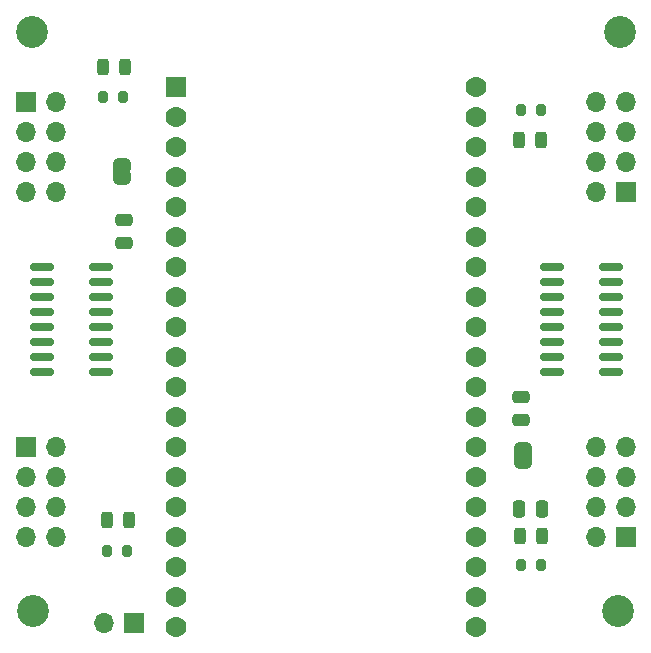
<source format=gbr>
%TF.GenerationSoftware,KiCad,Pcbnew,9.0.0*%
%TF.CreationDate,2025-02-22T16:31:39-08:00*%
%TF.ProjectId,TouchDRO,546f7563-6844-4524-9f2e-6b696361645f,0.1*%
%TF.SameCoordinates,Original*%
%TF.FileFunction,Soldermask,Top*%
%TF.FilePolarity,Negative*%
%FSLAX46Y46*%
G04 Gerber Fmt 4.6, Leading zero omitted, Abs format (unit mm)*
G04 Created by KiCad (PCBNEW 9.0.0) date 2025-02-22 16:31:39*
%MOMM*%
%LPD*%
G01*
G04 APERTURE LIST*
G04 Aperture macros list*
%AMRoundRect*
0 Rectangle with rounded corners*
0 $1 Rounding radius*
0 $2 $3 $4 $5 $6 $7 $8 $9 X,Y pos of 4 corners*
0 Add a 4 corners polygon primitive as box body*
4,1,4,$2,$3,$4,$5,$6,$7,$8,$9,$2,$3,0*
0 Add four circle primitives for the rounded corners*
1,1,$1+$1,$2,$3*
1,1,$1+$1,$4,$5*
1,1,$1+$1,$6,$7*
1,1,$1+$1,$8,$9*
0 Add four rect primitives between the rounded corners*
20,1,$1+$1,$2,$3,$4,$5,0*
20,1,$1+$1,$4,$5,$6,$7,0*
20,1,$1+$1,$6,$7,$8,$9,0*
20,1,$1+$1,$8,$9,$2,$3,0*%
%AMFreePoly0*
4,1,23,0.500000,-0.750000,0.000000,-0.750000,0.000000,-0.745722,-0.065263,-0.745722,-0.191342,-0.711940,-0.304381,-0.646677,-0.396677,-0.554381,-0.461940,-0.441342,-0.495722,-0.315263,-0.495722,-0.250000,-0.500000,-0.250000,-0.500000,0.250000,-0.495722,0.250000,-0.495722,0.315263,-0.461940,0.441342,-0.396677,0.554381,-0.304381,0.646677,-0.191342,0.711940,-0.065263,0.745722,0.000000,0.745722,
0.000000,0.750000,0.500000,0.750000,0.500000,-0.750000,0.500000,-0.750000,$1*%
%AMFreePoly1*
4,1,23,0.000000,0.745722,0.065263,0.745722,0.191342,0.711940,0.304381,0.646677,0.396677,0.554381,0.461940,0.441342,0.495722,0.315263,0.495722,0.250000,0.500000,0.250000,0.500000,-0.250000,0.495722,-0.250000,0.495722,-0.315263,0.461940,-0.441342,0.396677,-0.554381,0.304381,-0.646677,0.191342,-0.711940,0.065263,-0.745722,0.000000,-0.745722,0.000000,-0.750000,-0.500000,-0.750000,
-0.500000,0.750000,0.000000,0.750000,0.000000,0.745722,0.000000,0.745722,$1*%
G04 Aperture macros list end*
%ADD10RoundRect,0.250000X-0.475000X0.250000X-0.475000X-0.250000X0.475000X-0.250000X0.475000X0.250000X0*%
%ADD11RoundRect,0.243750X-0.243750X-0.456250X0.243750X-0.456250X0.243750X0.456250X-0.243750X0.456250X0*%
%ADD12C,2.700000*%
%ADD13R,1.700000X1.700000*%
%ADD14O,1.700000X1.700000*%
%ADD15RoundRect,0.102000X-0.780000X-0.780000X0.780000X-0.780000X0.780000X0.780000X-0.780000X0.780000X0*%
%ADD16C,1.764000*%
%ADD17RoundRect,0.200000X-0.200000X-0.275000X0.200000X-0.275000X0.200000X0.275000X-0.200000X0.275000X0*%
%ADD18RoundRect,0.243750X0.243750X0.456250X-0.243750X0.456250X-0.243750X-0.456250X0.243750X-0.456250X0*%
%ADD19RoundRect,0.250000X0.475000X-0.250000X0.475000X0.250000X-0.475000X0.250000X-0.475000X-0.250000X0*%
%ADD20RoundRect,0.150000X-0.825000X-0.150000X0.825000X-0.150000X0.825000X0.150000X-0.825000X0.150000X0*%
%ADD21RoundRect,0.150000X0.825000X0.150000X-0.825000X0.150000X-0.825000X-0.150000X0.825000X-0.150000X0*%
%ADD22FreePoly0,90.000000*%
%ADD23FreePoly1,90.000000*%
%ADD24FreePoly0,270.000000*%
%ADD25FreePoly1,270.000000*%
%ADD26RoundRect,0.200000X0.200000X0.275000X-0.200000X0.275000X-0.200000X-0.275000X0.200000X-0.275000X0*%
%ADD27RoundRect,0.250000X-0.250000X-0.475000X0.250000X-0.475000X0.250000X0.475000X-0.250000X0.475000X0*%
G04 APERTURE END LIST*
%TO.C,R5*%
G36*
X89623200Y-77050800D02*
G01*
X91123200Y-77050800D01*
X91123200Y-76750800D01*
X89623200Y-76750800D01*
X89623200Y-77050800D01*
G37*
%TO.C,R7*%
G36*
X57138000Y-52697000D02*
G01*
X55638000Y-52697000D01*
X55638000Y-52997000D01*
X57138000Y-52997000D01*
X57138000Y-52697000D01*
G37*
%TD*%
D10*
%TO.C,C1*%
X90220800Y-71998800D03*
X90220800Y-73898800D03*
%TD*%
D11*
%TO.C,D3*%
X54840900Y-43992800D03*
X56715900Y-43992800D03*
%TD*%
D12*
%TO.C,REF\u002A\u002A*%
X48895000Y-90043000D03*
%TD*%
D11*
%TO.C,D1*%
X55122600Y-82397600D03*
X56997600Y-82397600D03*
%TD*%
D13*
%TO.C,J4*%
X99060000Y-54610000D03*
D14*
X96520000Y-54610000D03*
X99060000Y-52070000D03*
X96520000Y-52070000D03*
X99060000Y-49530000D03*
X96520000Y-49530000D03*
X99060000Y-46990000D03*
X96520000Y-46990000D03*
%TD*%
D15*
%TO.C,ESP32*%
X60960000Y-45720000D03*
D16*
X60960000Y-48260000D03*
X60960000Y-50800000D03*
X60960000Y-53340000D03*
X60960000Y-55880000D03*
X60960000Y-58420000D03*
X60960000Y-60960000D03*
X60960000Y-63500000D03*
X60960000Y-66040000D03*
X60960000Y-68580000D03*
X60960000Y-71120000D03*
X60960000Y-73660000D03*
X60960000Y-76200000D03*
X60960000Y-78740000D03*
X60960000Y-81280000D03*
X60960000Y-83820000D03*
X60960000Y-86360000D03*
X60960000Y-88900000D03*
X60960000Y-91440000D03*
X86360000Y-45720000D03*
X86360000Y-48260000D03*
X86360000Y-50800000D03*
X86360000Y-53340000D03*
X86360000Y-55880000D03*
X86360000Y-58420000D03*
X86360000Y-60960000D03*
X86360000Y-63500000D03*
X86360000Y-66040000D03*
X86360000Y-68580000D03*
X86360000Y-71120000D03*
X86360000Y-73660000D03*
X86360000Y-76200000D03*
X86360000Y-78740000D03*
X86360000Y-81280000D03*
X86360000Y-83820000D03*
X86360000Y-86360000D03*
X86360000Y-88900000D03*
X86360000Y-91440000D03*
%TD*%
D17*
%TO.C,R3*%
X54851800Y-46532800D03*
X56501800Y-46532800D03*
%TD*%
D13*
%TO.C,J1*%
X48260000Y-46990000D03*
D14*
X50800000Y-46990000D03*
X48260000Y-49530000D03*
X50800000Y-49530000D03*
X48260000Y-52070000D03*
X50800000Y-52070000D03*
X48260000Y-54610000D03*
X50800000Y-54610000D03*
%TD*%
D18*
%TO.C,D2*%
X91920300Y-50190400D03*
X90045300Y-50190400D03*
%TD*%
D19*
%TO.C,C3*%
X56591200Y-58912800D03*
X56591200Y-57012800D03*
%TD*%
D13*
%TO.C,J2*%
X48255000Y-76210000D03*
D14*
X50795000Y-76210000D03*
X48255000Y-78750000D03*
X50795000Y-78750000D03*
X48255000Y-81290000D03*
X50795000Y-81290000D03*
X48255000Y-83830000D03*
X50795000Y-83830000D03*
%TD*%
D12*
%TO.C,REF\u002A\u002A*%
X98425000Y-90043000D03*
%TD*%
D20*
%TO.C,U2*%
X49660000Y-60960000D03*
X49660000Y-62230000D03*
X49660000Y-63500000D03*
X49660000Y-64770000D03*
X49660000Y-66040000D03*
X49660000Y-67310000D03*
X49660000Y-68580000D03*
X49660000Y-69850000D03*
X54610000Y-69850000D03*
X54610000Y-68580000D03*
X54610000Y-67310000D03*
X54610000Y-66040000D03*
X54610000Y-64770000D03*
X54610000Y-63500000D03*
X54610000Y-62230000D03*
X54610000Y-60960000D03*
%TD*%
D21*
%TO.C,U3*%
X97790000Y-69850000D03*
X97790000Y-68580000D03*
X97790000Y-67310000D03*
X97790000Y-66040000D03*
X97790000Y-64770000D03*
X97790000Y-63500000D03*
X97790000Y-62230000D03*
X97790000Y-60960000D03*
X92840000Y-60960000D03*
X92840000Y-62230000D03*
X92840000Y-63500000D03*
X92840000Y-64770000D03*
X92840000Y-66040000D03*
X92840000Y-67310000D03*
X92840000Y-68580000D03*
X92840000Y-69850000D03*
%TD*%
D22*
%TO.C,R5*%
X90373200Y-77550800D03*
D23*
X90373200Y-76250800D03*
%TD*%
D13*
%TO.C,J5*%
X57409000Y-91135200D03*
D14*
X54869000Y-91135200D03*
%TD*%
D13*
%TO.C,J3*%
X99060000Y-83820000D03*
D14*
X96520000Y-83820000D03*
X99060000Y-81280000D03*
X96520000Y-81280000D03*
X99060000Y-78740000D03*
X96520000Y-78740000D03*
X99060000Y-76200000D03*
X96520000Y-76200000D03*
%TD*%
D12*
%TO.C,REF\u002A\u002A*%
X48768000Y-41021000D03*
%TD*%
D24*
%TO.C,R7*%
X56388000Y-52197000D03*
D25*
X56388000Y-53497000D03*
%TD*%
D26*
%TO.C,R2*%
X91858600Y-47701200D03*
X90208600Y-47701200D03*
%TD*%
D12*
%TO.C,REF\u002A\u002A*%
X98552000Y-41021000D03*
%TD*%
D17*
%TO.C,R1*%
X55168800Y-85039200D03*
X56818800Y-85039200D03*
%TD*%
D18*
%TO.C,D4*%
X91958900Y-83718400D03*
X90083900Y-83718400D03*
%TD*%
D27*
%TO.C,C2*%
X90048000Y-81407000D03*
X91948000Y-81407000D03*
%TD*%
D17*
%TO.C,R4*%
X90208600Y-86156800D03*
X91858600Y-86156800D03*
%TD*%
M02*

</source>
